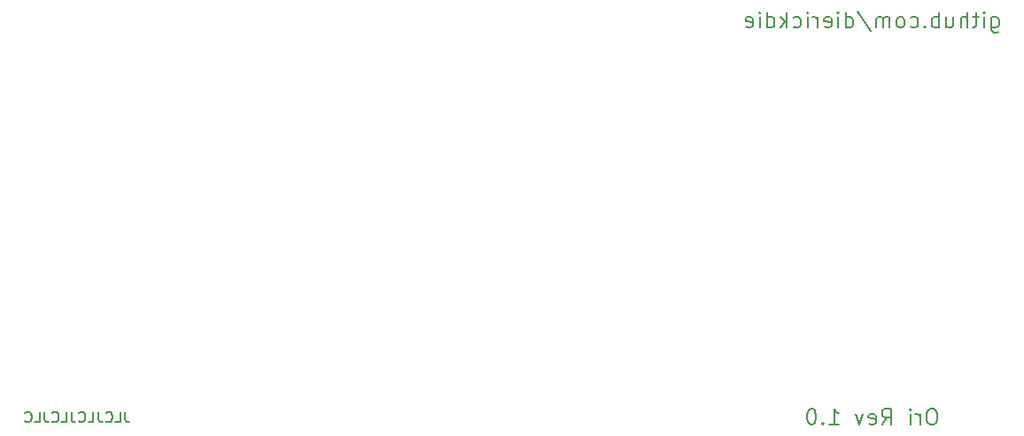
<source format=gbr>
G04 #@! TF.GenerationSoftware,KiCad,Pcbnew,(5.1.2-1)-1*
G04 #@! TF.CreationDate,2020-07-22T22:24:39-05:00*
G04 #@! TF.ProjectId,Ori_top_plate,4f72695f-746f-4705-9f70-6c6174652e6b,rev?*
G04 #@! TF.SameCoordinates,Original*
G04 #@! TF.FileFunction,Legend,Bot*
G04 #@! TF.FilePolarity,Positive*
%FSLAX46Y46*%
G04 Gerber Fmt 4.6, Leading zero omitted, Abs format (unit mm)*
G04 Created by KiCad (PCBNEW (5.1.2-1)-1) date 2020-07-22 22:24:39*
%MOMM*%
%LPD*%
G04 APERTURE LIST*
%ADD10C,0.200000*%
%ADD11C,0.150000*%
G04 APERTURE END LIST*
D10*
X256492212Y-60858410D02*
X256492212Y-62072696D01*
X256563640Y-62215553D01*
X256635069Y-62286981D01*
X256777926Y-62358410D01*
X256992212Y-62358410D01*
X257135069Y-62286981D01*
X256492212Y-61786981D02*
X256635069Y-61858410D01*
X256920783Y-61858410D01*
X257063640Y-61786981D01*
X257135069Y-61715553D01*
X257206497Y-61572696D01*
X257206497Y-61144124D01*
X257135069Y-61001267D01*
X257063640Y-60929839D01*
X256920783Y-60858410D01*
X256635069Y-60858410D01*
X256492212Y-60929839D01*
X255777926Y-61858410D02*
X255777926Y-60858410D01*
X255777926Y-60358410D02*
X255849355Y-60429839D01*
X255777926Y-60501267D01*
X255706497Y-60429839D01*
X255777926Y-60358410D01*
X255777926Y-60501267D01*
X255277926Y-60858410D02*
X254706497Y-60858410D01*
X255063640Y-60358410D02*
X255063640Y-61644124D01*
X254992212Y-61786981D01*
X254849355Y-61858410D01*
X254706497Y-61858410D01*
X254206497Y-61858410D02*
X254206497Y-60358410D01*
X253563640Y-61858410D02*
X253563640Y-61072696D01*
X253635069Y-60929839D01*
X253777926Y-60858410D01*
X253992212Y-60858410D01*
X254135069Y-60929839D01*
X254206497Y-61001267D01*
X252206497Y-60858410D02*
X252206497Y-61858410D01*
X252849355Y-60858410D02*
X252849355Y-61644124D01*
X252777926Y-61786981D01*
X252635069Y-61858410D01*
X252420783Y-61858410D01*
X252277926Y-61786981D01*
X252206497Y-61715553D01*
X251492212Y-61858410D02*
X251492212Y-60358410D01*
X251492212Y-60929839D02*
X251349355Y-60858410D01*
X251063640Y-60858410D01*
X250920783Y-60929839D01*
X250849355Y-61001267D01*
X250777926Y-61144124D01*
X250777926Y-61572696D01*
X250849355Y-61715553D01*
X250920783Y-61786981D01*
X251063640Y-61858410D01*
X251349355Y-61858410D01*
X251492212Y-61786981D01*
X250135069Y-61715553D02*
X250063640Y-61786981D01*
X250135069Y-61858410D01*
X250206497Y-61786981D01*
X250135069Y-61715553D01*
X250135069Y-61858410D01*
X248777926Y-61786981D02*
X248920783Y-61858410D01*
X249206497Y-61858410D01*
X249349355Y-61786981D01*
X249420783Y-61715553D01*
X249492212Y-61572696D01*
X249492212Y-61144124D01*
X249420783Y-61001267D01*
X249349355Y-60929839D01*
X249206497Y-60858410D01*
X248920783Y-60858410D01*
X248777926Y-60929839D01*
X247920783Y-61858410D02*
X248063640Y-61786981D01*
X248135069Y-61715553D01*
X248206497Y-61572696D01*
X248206497Y-61144124D01*
X248135069Y-61001267D01*
X248063640Y-60929839D01*
X247920783Y-60858410D01*
X247706497Y-60858410D01*
X247563640Y-60929839D01*
X247492212Y-61001267D01*
X247420783Y-61144124D01*
X247420783Y-61572696D01*
X247492212Y-61715553D01*
X247563640Y-61786981D01*
X247706497Y-61858410D01*
X247920783Y-61858410D01*
X246777926Y-61858410D02*
X246777926Y-60858410D01*
X246777926Y-61001267D02*
X246706497Y-60929839D01*
X246563640Y-60858410D01*
X246349355Y-60858410D01*
X246206497Y-60929839D01*
X246135069Y-61072696D01*
X246135069Y-61858410D01*
X246135069Y-61072696D02*
X246063640Y-60929839D01*
X245920783Y-60858410D01*
X245706497Y-60858410D01*
X245563640Y-60929839D01*
X245492212Y-61072696D01*
X245492212Y-61858410D01*
X243706497Y-60286981D02*
X244992212Y-62215553D01*
X242563640Y-61858410D02*
X242563640Y-60358410D01*
X242563640Y-61786981D02*
X242706497Y-61858410D01*
X242992212Y-61858410D01*
X243135069Y-61786981D01*
X243206497Y-61715553D01*
X243277926Y-61572696D01*
X243277926Y-61144124D01*
X243206497Y-61001267D01*
X243135069Y-60929839D01*
X242992212Y-60858410D01*
X242706497Y-60858410D01*
X242563640Y-60929839D01*
X241849355Y-61858410D02*
X241849355Y-60858410D01*
X241849355Y-60358410D02*
X241920783Y-60429839D01*
X241849355Y-60501267D01*
X241777926Y-60429839D01*
X241849355Y-60358410D01*
X241849355Y-60501267D01*
X240563640Y-61786981D02*
X240706497Y-61858410D01*
X240992212Y-61858410D01*
X241135069Y-61786981D01*
X241206497Y-61644124D01*
X241206497Y-61072696D01*
X241135069Y-60929839D01*
X240992212Y-60858410D01*
X240706497Y-60858410D01*
X240563640Y-60929839D01*
X240492212Y-61072696D01*
X240492212Y-61215553D01*
X241206497Y-61358410D01*
X239849355Y-61858410D02*
X239849355Y-60858410D01*
X239849355Y-61144124D02*
X239777926Y-61001267D01*
X239706497Y-60929839D01*
X239563640Y-60858410D01*
X239420783Y-60858410D01*
X238920783Y-61858410D02*
X238920783Y-60858410D01*
X238920783Y-60358410D02*
X238992212Y-60429839D01*
X238920783Y-60501267D01*
X238849355Y-60429839D01*
X238920783Y-60358410D01*
X238920783Y-60501267D01*
X237563640Y-61786981D02*
X237706497Y-61858410D01*
X237992212Y-61858410D01*
X238135069Y-61786981D01*
X238206497Y-61715553D01*
X238277926Y-61572696D01*
X238277926Y-61144124D01*
X238206497Y-61001267D01*
X238135069Y-60929839D01*
X237992212Y-60858410D01*
X237706497Y-60858410D01*
X237563640Y-60929839D01*
X236920783Y-61858410D02*
X236920783Y-60358410D01*
X236777926Y-61286981D02*
X236349355Y-61858410D01*
X236349355Y-60858410D02*
X236920783Y-61429839D01*
X235063640Y-61858410D02*
X235063640Y-60358410D01*
X235063640Y-61786981D02*
X235206497Y-61858410D01*
X235492212Y-61858410D01*
X235635069Y-61786981D01*
X235706497Y-61715553D01*
X235777926Y-61572696D01*
X235777926Y-61144124D01*
X235706497Y-61001267D01*
X235635069Y-60929839D01*
X235492212Y-60858410D01*
X235206497Y-60858410D01*
X235063640Y-60929839D01*
X234349355Y-61858410D02*
X234349355Y-60858410D01*
X234349355Y-60358410D02*
X234420783Y-60429839D01*
X234349355Y-60501267D01*
X234277926Y-60429839D01*
X234349355Y-60358410D01*
X234349355Y-60501267D01*
X233063640Y-61786981D02*
X233206497Y-61858410D01*
X233492212Y-61858410D01*
X233635069Y-61786981D01*
X233706497Y-61644124D01*
X233706497Y-61072696D01*
X233635069Y-60929839D01*
X233492212Y-60858410D01*
X233206497Y-60858410D01*
X233063640Y-60929839D01*
X232992212Y-61072696D01*
X232992212Y-61215553D01*
X233706497Y-61358410D01*
X250956497Y-98358310D02*
X250670783Y-98358310D01*
X250527926Y-98429739D01*
X250385069Y-98572596D01*
X250313640Y-98858310D01*
X250313640Y-99358310D01*
X250385069Y-99644024D01*
X250527926Y-99786881D01*
X250670783Y-99858310D01*
X250956497Y-99858310D01*
X251099355Y-99786881D01*
X251242212Y-99644024D01*
X251313640Y-99358310D01*
X251313640Y-98858310D01*
X251242212Y-98572596D01*
X251099355Y-98429739D01*
X250956497Y-98358310D01*
X249670783Y-99858310D02*
X249670783Y-98858310D01*
X249670783Y-99144024D02*
X249599355Y-99001167D01*
X249527926Y-98929739D01*
X249385069Y-98858310D01*
X249242212Y-98858310D01*
X248742212Y-99858310D02*
X248742212Y-98858310D01*
X248742212Y-98358310D02*
X248813640Y-98429739D01*
X248742212Y-98501167D01*
X248670783Y-98429739D01*
X248742212Y-98358310D01*
X248742212Y-98501167D01*
X246027926Y-99858310D02*
X246527926Y-99144024D01*
X246885069Y-99858310D02*
X246885069Y-98358310D01*
X246313640Y-98358310D01*
X246170783Y-98429739D01*
X246099355Y-98501167D01*
X246027926Y-98644024D01*
X246027926Y-98858310D01*
X246099355Y-99001167D01*
X246170783Y-99072596D01*
X246313640Y-99144024D01*
X246885069Y-99144024D01*
X244813640Y-99786881D02*
X244956497Y-99858310D01*
X245242212Y-99858310D01*
X245385069Y-99786881D01*
X245456497Y-99644024D01*
X245456497Y-99072596D01*
X245385069Y-98929739D01*
X245242212Y-98858310D01*
X244956497Y-98858310D01*
X244813640Y-98929739D01*
X244742212Y-99072596D01*
X244742212Y-99215453D01*
X245456497Y-99358310D01*
X244242212Y-98858310D02*
X243885069Y-99858310D01*
X243527926Y-98858310D01*
X241027926Y-99858310D02*
X241885069Y-99858310D01*
X241456497Y-99858310D02*
X241456497Y-98358310D01*
X241599355Y-98572596D01*
X241742212Y-98715453D01*
X241885069Y-98786881D01*
X240385069Y-99715453D02*
X240313640Y-99786881D01*
X240385069Y-99858310D01*
X240456497Y-99786881D01*
X240385069Y-99715453D01*
X240385069Y-99858310D01*
X239385069Y-98358310D02*
X239242212Y-98358310D01*
X239099355Y-98429739D01*
X239027926Y-98501167D01*
X238956497Y-98644024D01*
X238885069Y-98929739D01*
X238885069Y-99286881D01*
X238956497Y-99572596D01*
X239027926Y-99715453D01*
X239099355Y-99786881D01*
X239242212Y-99858310D01*
X239385069Y-99858310D01*
X239527926Y-99786881D01*
X239599355Y-99715453D01*
X239670783Y-99572596D01*
X239742212Y-99286881D01*
X239742212Y-98929739D01*
X239670783Y-98644024D01*
X239599355Y-98501167D01*
X239527926Y-98429739D01*
X239385069Y-98358310D01*
D11*
X173719047Y-98632380D02*
X173719047Y-99346666D01*
X173766666Y-99489523D01*
X173861904Y-99584761D01*
X174004761Y-99632380D01*
X174100000Y-99632380D01*
X172766666Y-99632380D02*
X173242857Y-99632380D01*
X173242857Y-98632380D01*
X171861904Y-99537142D02*
X171909523Y-99584761D01*
X172052380Y-99632380D01*
X172147619Y-99632380D01*
X172290476Y-99584761D01*
X172385714Y-99489523D01*
X172433333Y-99394285D01*
X172480952Y-99203809D01*
X172480952Y-99060952D01*
X172433333Y-98870476D01*
X172385714Y-98775238D01*
X172290476Y-98680000D01*
X172147619Y-98632380D01*
X172052380Y-98632380D01*
X171909523Y-98680000D01*
X171861904Y-98727619D01*
X171147619Y-98632380D02*
X171147619Y-99346666D01*
X171195238Y-99489523D01*
X171290476Y-99584761D01*
X171433333Y-99632380D01*
X171528571Y-99632380D01*
X170195238Y-99632380D02*
X170671428Y-99632380D01*
X170671428Y-98632380D01*
X169290476Y-99537142D02*
X169338095Y-99584761D01*
X169480952Y-99632380D01*
X169576190Y-99632380D01*
X169719047Y-99584761D01*
X169814285Y-99489523D01*
X169861904Y-99394285D01*
X169909523Y-99203809D01*
X169909523Y-99060952D01*
X169861904Y-98870476D01*
X169814285Y-98775238D01*
X169719047Y-98680000D01*
X169576190Y-98632380D01*
X169480952Y-98632380D01*
X169338095Y-98680000D01*
X169290476Y-98727619D01*
X168576190Y-98632380D02*
X168576190Y-99346666D01*
X168623809Y-99489523D01*
X168719047Y-99584761D01*
X168861904Y-99632380D01*
X168957142Y-99632380D01*
X167623809Y-99632380D02*
X168100000Y-99632380D01*
X168100000Y-98632380D01*
X166719047Y-99537142D02*
X166766666Y-99584761D01*
X166909523Y-99632380D01*
X167004761Y-99632380D01*
X167147619Y-99584761D01*
X167242857Y-99489523D01*
X167290476Y-99394285D01*
X167338095Y-99203809D01*
X167338095Y-99060952D01*
X167290476Y-98870476D01*
X167242857Y-98775238D01*
X167147619Y-98680000D01*
X167004761Y-98632380D01*
X166909523Y-98632380D01*
X166766666Y-98680000D01*
X166719047Y-98727619D01*
X166004761Y-98632380D02*
X166004761Y-99346666D01*
X166052380Y-99489523D01*
X166147619Y-99584761D01*
X166290476Y-99632380D01*
X166385714Y-99632380D01*
X165052380Y-99632380D02*
X165528571Y-99632380D01*
X165528571Y-98632380D01*
X164147619Y-99537142D02*
X164195238Y-99584761D01*
X164338095Y-99632380D01*
X164433333Y-99632380D01*
X164576190Y-99584761D01*
X164671428Y-99489523D01*
X164719047Y-99394285D01*
X164766666Y-99203809D01*
X164766666Y-99060952D01*
X164719047Y-98870476D01*
X164671428Y-98775238D01*
X164576190Y-98680000D01*
X164433333Y-98632380D01*
X164338095Y-98632380D01*
X164195238Y-98680000D01*
X164147619Y-98727619D01*
M02*

</source>
